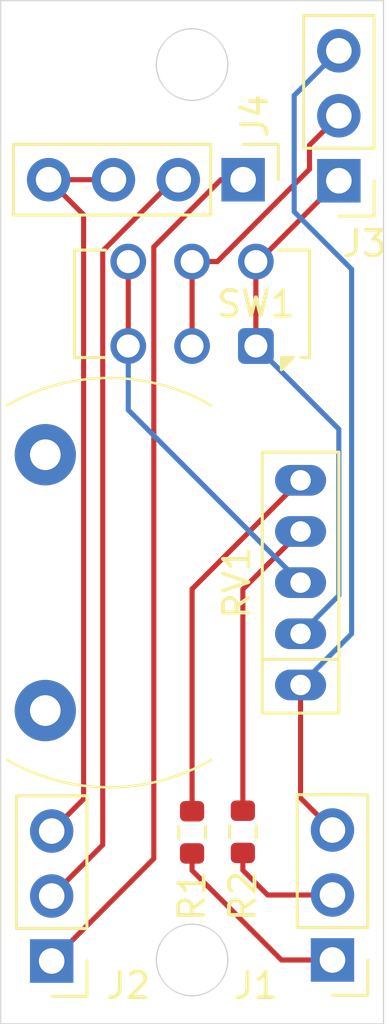
<source format=kicad_pcb>
(kicad_pcb (version 20241229) (generator "pcbnew") (generator_version "9.0")
  (layers (0 "F.Cu" signal) (2 "B.Cu" signal) (13 "F.Paste" user) (15 "B.Paste" user) (5 "F.SilkS" user "F.Silkscreen") (7 "B.SilkS" user "B.Silkscreen") (1 "F.Mask" user) (3 "B.Mask" user) (25 "Edge.Cuts" user))
  (net 0 "")
  (net 1 "/MIC")
  (net 2 "/AL")
  (net 3 "/MGND")
  (net 4 "/AR")
  (net 5 "/AGND")
  (net 6 "/PTT")
  (net 7 "Net-(J3-Pin_2)")
  (net 8 "Net-(J3-Pin_1)")
  (net 9 "Net-(RV1-Pad3)")
  (net 10 "Net-(R1-Pad2)")
  (net 11 "Net-(R2-Pad2)")
  (footprint "Connector_PinHeader_2.54mm:PinHeader_1x03_P2.54mm_Vertical" (layer "F.Cu") (at 63 85 180)
    (property "Reference" "J1" (at 3 -1 0) (layer "F.SilkS"))
    (property "Value" "Conn_01x03" (hide yes))
    (fp_line (start 1.38 1.27) (end 1.38 6.46) (stroke (width 0.12)) (layer "F.SilkS"))
    (fp_line (start -1.38 6.46) (end 1.38 6.46) (stroke (width 0.12)) (layer "F.SilkS"))
    (fp_line (start -1.38 1.27) (end 1.38 1.27) (stroke (width 0.12)) (layer "F.SilkS"))
    (fp_line (start -1.38 1.27) (end -1.38 6.46) (stroke (width 0.12)) (layer "F.SilkS"))
    (fp_line (start -1.38 0) (end -1.38 -1.38) (stroke (width 0.12)) (layer "F.SilkS"))
    (fp_line (start -1.38 -1.38) (end 0 -1.38) (stroke (width 0.12)) (layer "F.SilkS"))
    (pad "1" thru_hole rect (at 0 0 180) (size 1.7 1.7) (drill 1) (layers "*.Cu" "*.Mask") (net 2 "/AL"))
    (pad "2" thru_hole circle (at 0 2.54 180) (size 1.7 1.7) (drill 1) (layers "*.Cu" "*.Mask") (net 4 "/AR"))
    (pad "3" thru_hole circle (at 0 5.08 180) (size 1.7 1.7) (drill 1) (layers "*.Cu" "*.Mask") (net 5 "/AGND"))
  )
  (footprint "Connector_PinHeader_2.54mm:PinHeader_1x04_P2.54mm_Vertical" (layer "F.Cu") (at 59.5 54.5 -90)
    (property "Reference" "J4" (at -2.5 -0.46 90) (layer "F.SilkS"))
    (property "Value" "Conn_01x03" (hide yes))
    (fp_line (start -1.38 9) (end 1.38 9) (stroke (width 0.12)) (layer "F.SilkS"))
    (fp_line (start -1.38 1.27) (end -1.38 9) (stroke (width 0.12)) (layer "F.SilkS"))
    (fp_line (start -1.38 1.27) (end 1.38 1.27) (stroke (width 0.12)) (layer "F.SilkS"))
    (fp_line (start 1.38 1.27) (end 1.38 9) (stroke (width 0.12)) (layer "F.SilkS"))
    (fp_line (start -1.38 0) (end -1.38 -1.38) (stroke (width 0.12)) (layer "F.SilkS"))
    (fp_line (start -1.38 -1.38) (end 0 -1.38) (stroke (width 0.12)) (layer "F.SilkS"))
    (pad "1" thru_hole rect (at 0 0 270) (size 1.7 1.7) (drill 1) (layers "*.Cu" "*.Mask") (net 6 "/PTT"))
    (pad "2" thru_hole circle (at 0 2.54 270) (size 1.7 1.7) (drill 1) (layers "*.Cu" "*.Mask") (net 1 "/MIC"))
    (pad "3" thru_hole circle (at 0 5.08 270) (size 1.7 1.7) (drill 1) (layers "*.Cu" "*.Mask") (net 3 "/MGND"))
    (pad "4" thru_hole circle (at 0 7.62 270) (size 1.7 1.7) (drill 1) (layers "*.Cu" "*.Mask") (net 3 "/MGND"))
  )
  (footprint "Resistor_SMD:R_0603_1608Metric" (layer "F.Cu") (at 57.5 80.01 90)
    (property "Reference" "R1" (at -2.49 0 90) (layer "F.SilkS"))
    (property "Value" "10" (hide yes))
    (fp_line (start -0.237258 -0.5225) (end 0.237258 -0.5225) (stroke (width 0.12)) (layer "F.SilkS"))
    (fp_line (start -0.237258 0.5225) (end 0.237258 0.5225) (stroke (width 0.12)) (layer "F.SilkS"))
    (pad "1" smd roundrect (at -0.825 0 90) (size 0.8 0.95) (layers "F.Cu" "F.Mask" "F.Paste") (net 2 "/AL"))
    (pad "2" smd roundrect (at 0.825 0 90) (size 0.8 0.95) (layers "F.Cu" "F.Mask" "F.Paste") (net 10 "Net-(R1-Pad2)"))
  )
  (footprint "GA_Audio_Adapter:Potentiometer_B10X" (layer "F.Cu") (at 61.75 70.25 90)
    (property "Reference" "RV1" (at 0.000001 -2.495 90) (layer "F.SilkS"))
    (property "Value" "R_Potentiometer_Dual_CommonGround" (hide yes))
    (fp_line (start 5.1 -1.5) (end 5.1 1.5) (stroke (width 0.12)) (layer "F.SilkS"))
    (fp_line (start -3 -1.5) (end -3 1.5) (stroke (width 0.12)) (layer "F.SilkS"))
    (fp_line (start -5.1 -1.5) (end 5.1 -1.5) (stroke (width 0.12)) (layer "F.SilkS"))
    (fp_line (start 5.1 1.5) (end -5.1 1.5) (stroke (width 0.12)) (layer "F.SilkS"))
    (fp_line (start -5.1 1.5) (end -5.1 -1.5) (stroke (width 0.12)) (layer "F.SilkS"))
    (fp_arc (start 6.928204 -11.5) (mid 8.000001 -7.5) (end 6.928204 -3.5) (stroke (width 0.1)) (layer "F.SilkS"))
    (fp_arc (start -6.928203 -3.5) (mid -8 -7.5) (end -6.928203 -11.5) (stroke (width 0.1)) (layer "F.SilkS"))
    (pad "" thru_hole circle (at -5 -10 90) (size 2.4 2.4) (drill 1.2) (layers "*.Cu" "*.Mask"))
    (pad "" thru_hole circle (at 5 -10 90) (size 2.4 2.4) (drill 1.2) (layers "*.Cu" "*.Mask"))
    (pad "1" thru_hole oval (at -4 0 90) (size 1.2 2) (drill 0.8) (layers "*.Cu" "*.Mask") (net 5 "/AGND"))
    (pad "2" thru_hole oval (at -2 0 90) (size 1.2 2) (drill 0.8) (layers "*.Cu" "*.Mask") (net 8 "Net-(J3-Pin_1)"))
    (pad "3" thru_hole oval (at 0 0 90) (size 1.2 2) (drill 0.8) (layers "*.Cu" "*.Mask") (net 9 "Net-(RV1-Pad3)"))
    (pad "4" thru_hole oval (at 2 0 90) (size 1.2 2) (drill 0.8) (layers "*.Cu" "*.Mask") (net 11 "Net-(R2-Pad2)"))
    (pad "5" thru_hole oval (at 4 0 90) (size 1.2 2) (drill 0.8) (layers "*.Cu" "*.Mask") (net 10 "Net-(R1-Pad2)"))
  )
  (footprint "Resistor_SMD:R_0603_1608Metric" (layer "F.Cu") (at 59.49 79.99 90)
    (property "Reference" "R2" (at -2.51 0 90) (layer "F.SilkS"))
    (property "Value" "10" (hide yes))
    (fp_line (start -0.237258 -0.5225) (end 0.237258 -0.5225) (stroke (width 0.12)) (layer "F.SilkS"))
    (fp_line (start -0.237258 0.5225) (end 0.237258 0.5225) (stroke (width 0.12)) (layer "F.SilkS"))
    (pad "1" smd roundrect (at -0.825 0 90) (size 0.8 0.95) (layers "F.Cu" "F.Mask" "F.Paste") (net 4 "/AR"))
    (pad "2" smd roundrect (at 0.825 0 90) (size 0.8 0.95) (layers "F.Cu" "F.Mask" "F.Paste") (net 11 "Net-(R2-Pad2)"))
  )
  (footprint "Connector_PinHeader_2.54mm:PinHeader_1x03_P2.54mm_Vertical" (layer "F.Cu") (at 52 85.04 180)
    (property "Reference" "J2" (at -3 -0.96 0) (layer "F.SilkS"))
    (property "Value" "Conn_01x03" (hide yes))
    (fp_line (start 1.38 1.27) (end 1.38 6.46) (stroke (width 0.12)) (layer "F.SilkS"))
    (fp_line (start -1.38 6.46) (end 1.38 6.46) (stroke (width 0.12)) (layer "F.SilkS"))
    (fp_line (start -1.38 1.27) (end 1.38 1.27) (stroke (width 0.12)) (layer "F.SilkS"))
    (fp_line (start -1.38 1.27) (end -1.38 6.46) (stroke (width 0.12)) (layer "F.SilkS"))
    (fp_line (start -1.38 0) (end -1.38 -1.38) (stroke (width 0.12)) (layer "F.SilkS"))
    (fp_line (start -1.38 -1.38) (end 0 -1.38) (stroke (width 0.12)) (layer "F.SilkS"))
    (pad "1" thru_hole rect (at 0 0 180) (size 1.7 1.7) (drill 1) (layers "*.Cu" "*.Mask") (net 6 "/PTT"))
    (pad "2" thru_hole circle (at 0 2.54 180) (size 1.7 1.7) (drill 1) (layers "*.Cu" "*.Mask") (net 1 "/MIC"))
    (pad "3" thru_hole circle (at 0 5.08 180) (size 1.7 1.7) (drill 1) (layers "*.Cu" "*.Mask") (net 3 "/MGND"))
  )
  (footprint "Connector_PinHeader_2.54mm:PinHeader_1x03_P2.54mm_Vertical" (layer "F.Cu") (at 63.25 54.54 180)
    (property "Reference" "J3" (at -1 -2.46 0) (layer "F.SilkS"))
    (property "Value" "Conn_01x03" (hide yes))
    (fp_line (start 1.38 1.27) (end 1.38 6.46) (stroke (width 0.12)) (layer "F.SilkS"))
    (fp_line (start -1.38 6.46) (end 1.38 6.46) (stroke (width 0.12)) (layer "F.SilkS"))
    (fp_line (start -1.38 1.27) (end 1.38 1.27) (stroke (width 0.12)) (layer "F.SilkS"))
    (fp_line (start -1.38 1.27) (end -1.38 6.46) (stroke (width 0.12)) (layer "F.SilkS"))
    (fp_line (start -1.38 0) (end -1.38 -1.38) (stroke (width 0.12)) (layer "F.SilkS"))
    (fp_line (start -1.38 -1.38) (end 0 -1.38) (stroke (width 0.12)) (layer "F.SilkS"))
    (pad "1" thru_hole rect (at 0 0 180) (size 1.7 1.7) (drill 1) (layers "*.Cu" "*.Mask") (net 8 "Net-(J3-Pin_1)"))
    (pad "2" thru_hole circle (at 0 2.54 180) (size 1.7 1.7) (drill 1) (layers "*.Cu" "*.Mask") (net 7 "Net-(J3-Pin_2)"))
    (pad "3" thru_hole circle (at 0 5.08 180) (size 1.7 1.7) (drill 1) (layers "*.Cu" "*.Mask") (net 5 "/AGND"))
  )
  (footprint "Button_Switch_THT:SW_CK_JS202011CQN_DPDT_Straight" (layer "F.Cu") (at 60 61 180)
    (property "Reference" "SW1" (at 0 1.6425 0) (layer "F.SilkS"))
    (property "Value" "SW_Slide_DPDT" (hide yes))
    (fp_line (start 7.1 3.75) (end 5.9 3.75) (stroke (width 0.12)) (layer "F.SilkS"))
    (fp_line (start 7.1 -0.45) (end 7.1 3.75) (stroke (width 0.12)) (layer "F.SilkS"))
    (fp_line (start 5.9 -0.45) (end 7.1 -0.45) (stroke (width 0.12)) (layer "F.SilkS"))
    (fp_line (start -1.75 -0.45) (end -2.1 -0.45) (stroke (width 0.12)) (layer "F.SilkS"))
    (fp_line (start -2.1 3.75) (end -0.9 3.75) (stroke (width 0.12)) (layer "F.SilkS"))
    (fp_line (start -2.1 -0.45) (end -2.1 3.75) (stroke (width 0.12)) (layer "F.SilkS"))
    (fp_poly (pts (xy -1 -0.45) (xy -1.48 -0.45) (xy -1 -0.93) (xy -1 -0.45)) (stroke (width 0.12)) (fill yes) (layer "F.SilkS"))
    (pad "1" thru_hole roundrect (at 0 0 180) (size 1.4 1.4) (drill 0.9) (layers "*.Cu" "*.Mask") (roundrect_rratio 0.1785714286) (net 8 "Net-(J3-Pin_1)"))
    (pad "2" thru_hole circle (at 2.5 0 180) (size 1.4 1.4) (drill 0.9) (layers "*.Cu" "*.Mask") (net 7 "Net-(J3-Pin_2)"))
    (pad "3" thru_hole circle (at 5 0 180) (size 1.4 1.4) (drill 0.9) (layers "*.Cu" "*.Mask") (net 9 "Net-(RV1-Pad3)"))
    (pad "4" thru_hole circle (at 5 3.3 180) (size 1.4 1.4) (drill 0.9) (layers "*.Cu" "*.Mask") (net 9 "Net-(RV1-Pad3)"))
    (pad "5" thru_hole circle (at 2.5 3.3 180) (size 1.4 1.4) (drill 0.9) (layers "*.Cu" "*.Mask") (net 7 "Net-(J3-Pin_2)"))
    (pad "6" thru_hole circle (at 0 3.3 180) (size 1.4 1.4) (drill 0.9) (layers "*.Cu" "*.Mask") (net 8 "Net-(J3-Pin_1)"))
  )
  (gr_circle (center 57.5 85) (end 58.9 85) (stroke (width 0.05)) (fill no) (layer "Edge.Cuts"))
  (gr_circle (center 57.5 50) (end 58.9 50) (stroke (width 0.05)) (fill no) (layer "Edge.Cuts"))
  (gr_rect (start 50 47.5) (end 65 87.5) (stroke (width 0.05)) (fill no) (layer "Edge.Cuts"))
  (segment (start 56.784372 54.5) (end 57 54.5) (width 0.2) (layer "F.Cu") (net 1))
  (segment (start 54 57.284372) (end 56.784372 54.5) (width 0.2) (layer "F.Cu") (net 1))
  (segment (start 54 80.5) (end 54 57.284372) (width 0.2) (layer "F.Cu") (net 1))
  (segment (start 52 82.5) (end 54 80.5) (width 0.2) (layer "F.Cu") (net 1))
  (segment (start 61 85) (end 63 85) (width 0.2) (layer "F.Cu") (net 2))
  (segment (start 57.5 81.5) (end 61 85) (width 0.2) (layer "F.Cu") (net 2))
  (segment (start 57.5 80.835) (end 57.5 81.5) (width 0.2) (layer "F.Cu") (net 2))
  (segment (start 53.251 78.709) (end 53.251 55.871) (width 0.2) (layer "F.Cu") (net 3))
  (segment (start 53.251 55.871) (end 51.88 54.5) (width 0.2) (layer "F.Cu") (net 3))
  (segment (start 52 79.96) (end 53.251 78.709) (width 0.2) (layer "F.Cu") (net 3))
  (segment (start 51.92 54.5) (end 54.46 54.5) (width 0.2) (layer "F.Cu") (net 3))
  (segment (start 60.46 82.46) (end 63 82.46) (width 0.2) (layer "F.Cu") (net 4))
  (segment (start 59.49 81.49) (end 60.46 82.46) (width 0.2) (layer "F.Cu") (net 4))
  (segment (start 59.49 80.815) (end 59.49 81.49) (width 0.2) (layer "F.Cu") (net 4))
  (segment (start 63 79.92) (end 61.75 78.67) (width 0.2) (layer "F.Cu") (net 5))
  (segment (start 61.75 78.67) (end 61.75 74.25) (width 0.2) (layer "F.Cu") (net 5))
  (segment (start 61.5 55.75) (end 61.5 51.21) (width 0.2) (layer "B.Cu") (net 5))
  (segment (start 61.5 51.21) (end 63.25 49.46) (width 0.2) (layer "B.Cu") (net 5))
  (segment (start 63.75 72.25) (end 63.75 58) (width 0.2) (layer "B.Cu") (net 5))
  (segment (start 61.75 74.25) (end 63.75 72.25) (width 0.2) (layer "B.Cu") (net 5))
  (segment (start 63.75 58) (end 61.5 55.75) (width 0.2) (layer "B.Cu") (net 5))
  (segment (start 58.62776 54.5) (end 59.54 54.5) (width 0.2) (layer "F.Cu") (net 6))
  (segment (start 56.001 81.039) (end 56.001 57.12676) (width 0.2) (layer "F.Cu") (net 6))
  (segment (start 52 85.04) (end 56.001 81.039) (width 0.2) (layer "F.Cu") (net 6))
  (segment (start 56.001 57.12676) (end 58.62776 54.5) (width 0.2) (layer "F.Cu") (net 6))
  (segment (start 62.099 54.090949) (end 62.099 53.151) (width 0.2) (layer "F.Cu") (net 7))
  (segment (start 58.489949 57.7) (end 62.099 54.090949) (width 0.2) (layer "F.Cu") (net 7))
  (segment (start 62.099 53.151) (end 63.25 52) (width 0.2) (layer "F.Cu") (net 7))
  (segment (start 57.5 57.7) (end 58.489949 57.7) (width 0.2) (layer "F.Cu") (net 7))
  (segment (start 57.5 61) (end 57.5 57.7) (width 0.2) (layer "F.Cu") (net 7))
  (segment (start 60 57.7) (end 60 57.58) (width 0.2) (layer "F.Cu") (net 8))
  (segment (start 60 61) (end 60 57.7) (width 0.2) (layer "F.Cu") (net 8))
  (segment (start 60 57.7) (end 60.09 57.7) (width 0.2) (layer "F.Cu") (net 8))
  (segment (start 60.09 57.7) (end 63.25 54.54) (width 0.2) (layer "F.Cu") (net 8))
  (segment (start 61.75 72.25) (end 63.25 70.75) (width 0.2) (layer "B.Cu") (net 8))
  (segment (start 63.25 64.25) (end 60 61) (width 0.2) (layer "B.Cu") (net 8))
  (segment (start 63.25 70.75) (end 63.25 64.25) (width 0.2) (layer "B.Cu") (net 8))
  (segment (start 55 61) (end 55 57.7) (width 0.2) (layer "F.Cu") (net 9))
  (segment (start 61.75 70.25) (end 55 63.5) (width 0.2) (layer "B.Cu") (net 9))
  (segment (start 55 63.5) (end 55 61) (width 0.2) (layer "B.Cu") (net 9))
  (segment (start 57.5 70.5) (end 61.75 66.25) (width 0.2) (layer "F.Cu") (net 10))
  (segment (start 57.5 79.185) (end 57.5 70.5) (width 0.2) (layer "F.Cu") (net 10))
  (segment (start 59.49 79.165) (end 59.49 70.51) (width 0.2) (layer "F.Cu") (net 11))
  (segment (start 59.49 70.51) (end 61.75 68.25) (width 0.2) (layer "F.Cu") (net 11))
)
</source>
